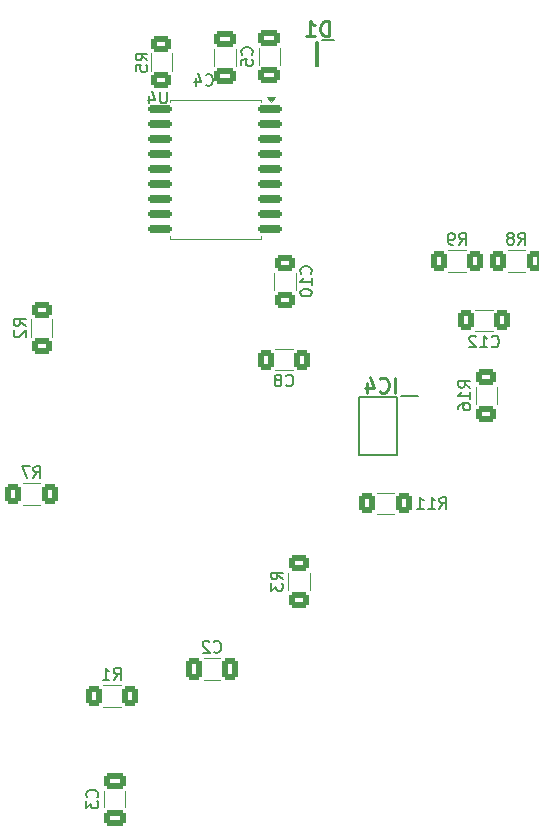
<source format=gbr>
%TF.GenerationSoftware,KiCad,Pcbnew,8.0.1-rc1*%
%TF.CreationDate,2024-06-23T11:02:47-07:00*%
%TF.ProjectId,AMS - CANBus Sensor - RPM,414d5320-2d20-4434-914e-427573205365,rev?*%
%TF.SameCoordinates,Original*%
%TF.FileFunction,Legend,Bot*%
%TF.FilePolarity,Positive*%
%FSLAX46Y46*%
G04 Gerber Fmt 4.6, Leading zero omitted, Abs format (unit mm)*
G04 Created by KiCad (PCBNEW 8.0.1-rc1) date 2024-06-23 11:02:47*
%MOMM*%
%LPD*%
G01*
G04 APERTURE LIST*
G04 Aperture macros list*
%AMRoundRect*
0 Rectangle with rounded corners*
0 $1 Rounding radius*
0 $2 $3 $4 $5 $6 $7 $8 $9 X,Y pos of 4 corners*
0 Add a 4 corners polygon primitive as box body*
4,1,4,$2,$3,$4,$5,$6,$7,$8,$9,$2,$3,0*
0 Add four circle primitives for the rounded corners*
1,1,$1+$1,$2,$3*
1,1,$1+$1,$4,$5*
1,1,$1+$1,$6,$7*
1,1,$1+$1,$8,$9*
0 Add four rect primitives between the rounded corners*
20,1,$1+$1,$2,$3,$4,$5,0*
20,1,$1+$1,$4,$5,$6,$7,0*
20,1,$1+$1,$6,$7,$8,$9,0*
20,1,$1+$1,$8,$9,$2,$3,0*%
G04 Aperture macros list end*
%ADD10C,0.150000*%
%ADD11C,0.254000*%
%ADD12C,0.120000*%
%ADD13C,0.200000*%
%ADD14RoundRect,0.250000X-0.400000X-0.625000X0.400000X-0.625000X0.400000X0.625000X-0.400000X0.625000X0*%
%ADD15R,2.200000X2.200000*%
%ADD16C,2.200000*%
%ADD17RoundRect,0.250000X0.625000X-0.400000X0.625000X0.400000X-0.625000X0.400000X-0.625000X-0.400000X0*%
%ADD18C,1.600000*%
%ADD19R,1.600000X1.600000*%
%ADD20R,1.200000X1.200000*%
%ADD21C,1.200000*%
%ADD22O,1.600000X1.600000*%
%ADD23RoundRect,0.250000X0.400000X0.625000X-0.400000X0.625000X-0.400000X-0.625000X0.400000X-0.625000X0*%
%ADD24R,1.160000X1.160000*%
%ADD25C,1.160000*%
%ADD26R,1.700000X1.700000*%
%ADD27O,1.700000X1.700000*%
%ADD28C,2.400000*%
%ADD29R,1.920000X1.920000*%
%ADD30C,1.920000*%
%ADD31R,1.500000X0.650000*%
%ADD32C,1.440000*%
%ADD33R,1.130000X1.130000*%
%ADD34C,1.130000*%
%ADD35C,1.500000*%
%ADD36R,1.500000X1.500000*%
%ADD37RoundRect,0.250000X-0.625000X0.400000X-0.625000X-0.400000X0.625000X-0.400000X0.625000X0.400000X0*%
%ADD38R,1.575000X1.575000*%
%ADD39C,1.575000*%
%ADD40RoundRect,0.250000X-0.650000X0.412500X-0.650000X-0.412500X0.650000X-0.412500X0.650000X0.412500X0*%
%ADD41RoundRect,0.250000X0.412500X0.650000X-0.412500X0.650000X-0.412500X-0.650000X0.412500X-0.650000X0*%
%ADD42RoundRect,0.150000X0.875000X0.150000X-0.875000X0.150000X-0.875000X-0.150000X0.875000X-0.150000X0*%
%ADD43R,1.000000X0.550000*%
G04 APERTURE END LIST*
D10*
X166423657Y-95496980D02*
X166471276Y-95544600D01*
X166471276Y-95544600D02*
X166614133Y-95592219D01*
X166614133Y-95592219D02*
X166709371Y-95592219D01*
X166709371Y-95592219D02*
X166852228Y-95544600D01*
X166852228Y-95544600D02*
X166947466Y-95449361D01*
X166947466Y-95449361D02*
X166995085Y-95354123D01*
X166995085Y-95354123D02*
X167042704Y-95163647D01*
X167042704Y-95163647D02*
X167042704Y-95020790D01*
X167042704Y-95020790D02*
X166995085Y-94830314D01*
X166995085Y-94830314D02*
X166947466Y-94735076D01*
X166947466Y-94735076D02*
X166852228Y-94639838D01*
X166852228Y-94639838D02*
X166709371Y-94592219D01*
X166709371Y-94592219D02*
X166614133Y-94592219D01*
X166614133Y-94592219D02*
X166471276Y-94639838D01*
X166471276Y-94639838D02*
X166423657Y-94687457D01*
X165471276Y-95592219D02*
X166042704Y-95592219D01*
X165756990Y-95592219D02*
X165756990Y-94592219D01*
X165756990Y-94592219D02*
X165852228Y-94735076D01*
X165852228Y-94735076D02*
X165947466Y-94830314D01*
X165947466Y-94830314D02*
X166042704Y-94877933D01*
X165090323Y-94687457D02*
X165042704Y-94639838D01*
X165042704Y-94639838D02*
X164947466Y-94592219D01*
X164947466Y-94592219D02*
X164709371Y-94592219D01*
X164709371Y-94592219D02*
X164614133Y-94639838D01*
X164614133Y-94639838D02*
X164566514Y-94687457D01*
X164566514Y-94687457D02*
X164518895Y-94782695D01*
X164518895Y-94782695D02*
X164518895Y-94877933D01*
X164518895Y-94877933D02*
X164566514Y-95020790D01*
X164566514Y-95020790D02*
X165137942Y-95592219D01*
X165137942Y-95592219D02*
X164518895Y-95592219D01*
X151096180Y-89352342D02*
X151143800Y-89304723D01*
X151143800Y-89304723D02*
X151191419Y-89161866D01*
X151191419Y-89161866D02*
X151191419Y-89066628D01*
X151191419Y-89066628D02*
X151143800Y-88923771D01*
X151143800Y-88923771D02*
X151048561Y-88828533D01*
X151048561Y-88828533D02*
X150953323Y-88780914D01*
X150953323Y-88780914D02*
X150762847Y-88733295D01*
X150762847Y-88733295D02*
X150619990Y-88733295D01*
X150619990Y-88733295D02*
X150429514Y-88780914D01*
X150429514Y-88780914D02*
X150334276Y-88828533D01*
X150334276Y-88828533D02*
X150239038Y-88923771D01*
X150239038Y-88923771D02*
X150191419Y-89066628D01*
X150191419Y-89066628D02*
X150191419Y-89161866D01*
X150191419Y-89161866D02*
X150239038Y-89304723D01*
X150239038Y-89304723D02*
X150286657Y-89352342D01*
X151191419Y-90304723D02*
X151191419Y-89733295D01*
X151191419Y-90019009D02*
X150191419Y-90019009D01*
X150191419Y-90019009D02*
X150334276Y-89923771D01*
X150334276Y-89923771D02*
X150429514Y-89828533D01*
X150429514Y-89828533D02*
X150477133Y-89733295D01*
X150191419Y-90923771D02*
X150191419Y-91019009D01*
X150191419Y-91019009D02*
X150239038Y-91114247D01*
X150239038Y-91114247D02*
X150286657Y-91161866D01*
X150286657Y-91161866D02*
X150381895Y-91209485D01*
X150381895Y-91209485D02*
X150572371Y-91257104D01*
X150572371Y-91257104D02*
X150810466Y-91257104D01*
X150810466Y-91257104D02*
X151000942Y-91209485D01*
X151000942Y-91209485D02*
X151096180Y-91161866D01*
X151096180Y-91161866D02*
X151143800Y-91114247D01*
X151143800Y-91114247D02*
X151191419Y-91019009D01*
X151191419Y-91019009D02*
X151191419Y-90923771D01*
X151191419Y-90923771D02*
X151143800Y-90828533D01*
X151143800Y-90828533D02*
X151096180Y-90780914D01*
X151096180Y-90780914D02*
X151000942Y-90733295D01*
X151000942Y-90733295D02*
X150810466Y-90685676D01*
X150810466Y-90685676D02*
X150572371Y-90685676D01*
X150572371Y-90685676D02*
X150381895Y-90733295D01*
X150381895Y-90733295D02*
X150286657Y-90780914D01*
X150286657Y-90780914D02*
X150239038Y-90828533D01*
X150239038Y-90828533D02*
X150191419Y-90923771D01*
X149006766Y-98811680D02*
X149054385Y-98859300D01*
X149054385Y-98859300D02*
X149197242Y-98906919D01*
X149197242Y-98906919D02*
X149292480Y-98906919D01*
X149292480Y-98906919D02*
X149435337Y-98859300D01*
X149435337Y-98859300D02*
X149530575Y-98764061D01*
X149530575Y-98764061D02*
X149578194Y-98668823D01*
X149578194Y-98668823D02*
X149625813Y-98478347D01*
X149625813Y-98478347D02*
X149625813Y-98335490D01*
X149625813Y-98335490D02*
X149578194Y-98145014D01*
X149578194Y-98145014D02*
X149530575Y-98049776D01*
X149530575Y-98049776D02*
X149435337Y-97954538D01*
X149435337Y-97954538D02*
X149292480Y-97906919D01*
X149292480Y-97906919D02*
X149197242Y-97906919D01*
X149197242Y-97906919D02*
X149054385Y-97954538D01*
X149054385Y-97954538D02*
X149006766Y-98002157D01*
X148435337Y-98335490D02*
X148530575Y-98287871D01*
X148530575Y-98287871D02*
X148578194Y-98240252D01*
X148578194Y-98240252D02*
X148625813Y-98145014D01*
X148625813Y-98145014D02*
X148625813Y-98097395D01*
X148625813Y-98097395D02*
X148578194Y-98002157D01*
X148578194Y-98002157D02*
X148530575Y-97954538D01*
X148530575Y-97954538D02*
X148435337Y-97906919D01*
X148435337Y-97906919D02*
X148244861Y-97906919D01*
X148244861Y-97906919D02*
X148149623Y-97954538D01*
X148149623Y-97954538D02*
X148102004Y-98002157D01*
X148102004Y-98002157D02*
X148054385Y-98097395D01*
X148054385Y-98097395D02*
X148054385Y-98145014D01*
X148054385Y-98145014D02*
X148102004Y-98240252D01*
X148102004Y-98240252D02*
X148149623Y-98287871D01*
X148149623Y-98287871D02*
X148244861Y-98335490D01*
X148244861Y-98335490D02*
X148435337Y-98335490D01*
X148435337Y-98335490D02*
X148530575Y-98383109D01*
X148530575Y-98383109D02*
X148578194Y-98430728D01*
X148578194Y-98430728D02*
X148625813Y-98525966D01*
X148625813Y-98525966D02*
X148625813Y-98716442D01*
X148625813Y-98716442D02*
X148578194Y-98811680D01*
X148578194Y-98811680D02*
X148530575Y-98859300D01*
X148530575Y-98859300D02*
X148435337Y-98906919D01*
X148435337Y-98906919D02*
X148244861Y-98906919D01*
X148244861Y-98906919D02*
X148149623Y-98859300D01*
X148149623Y-98859300D02*
X148102004Y-98811680D01*
X148102004Y-98811680D02*
X148054385Y-98716442D01*
X148054385Y-98716442D02*
X148054385Y-98525966D01*
X148054385Y-98525966D02*
X148102004Y-98430728D01*
X148102004Y-98430728D02*
X148149623Y-98383109D01*
X148149623Y-98383109D02*
X148244861Y-98335490D01*
X161996746Y-109264302D02*
X162330079Y-108788111D01*
X162568174Y-109264302D02*
X162568174Y-108264302D01*
X162568174Y-108264302D02*
X162187222Y-108264302D01*
X162187222Y-108264302D02*
X162091984Y-108311921D01*
X162091984Y-108311921D02*
X162044365Y-108359540D01*
X162044365Y-108359540D02*
X161996746Y-108454778D01*
X161996746Y-108454778D02*
X161996746Y-108597635D01*
X161996746Y-108597635D02*
X162044365Y-108692873D01*
X162044365Y-108692873D02*
X162091984Y-108740492D01*
X162091984Y-108740492D02*
X162187222Y-108788111D01*
X162187222Y-108788111D02*
X162568174Y-108788111D01*
X161044365Y-109264302D02*
X161615793Y-109264302D01*
X161330079Y-109264302D02*
X161330079Y-108264302D01*
X161330079Y-108264302D02*
X161425317Y-108407159D01*
X161425317Y-108407159D02*
X161520555Y-108502397D01*
X161520555Y-108502397D02*
X161615793Y-108550016D01*
X160091984Y-109264302D02*
X160663412Y-109264302D01*
X160377698Y-109264302D02*
X160377698Y-108264302D01*
X160377698Y-108264302D02*
X160472936Y-108407159D01*
X160472936Y-108407159D02*
X160568174Y-108502397D01*
X160568174Y-108502397D02*
X160663412Y-108550016D01*
X163658766Y-86908419D02*
X163992099Y-86432228D01*
X164230194Y-86908419D02*
X164230194Y-85908419D01*
X164230194Y-85908419D02*
X163849242Y-85908419D01*
X163849242Y-85908419D02*
X163754004Y-85956038D01*
X163754004Y-85956038D02*
X163706385Y-86003657D01*
X163706385Y-86003657D02*
X163658766Y-86098895D01*
X163658766Y-86098895D02*
X163658766Y-86241752D01*
X163658766Y-86241752D02*
X163706385Y-86336990D01*
X163706385Y-86336990D02*
X163754004Y-86384609D01*
X163754004Y-86384609D02*
X163849242Y-86432228D01*
X163849242Y-86432228D02*
X164230194Y-86432228D01*
X163182575Y-86908419D02*
X162992099Y-86908419D01*
X162992099Y-86908419D02*
X162896861Y-86860800D01*
X162896861Y-86860800D02*
X162849242Y-86813180D01*
X162849242Y-86813180D02*
X162754004Y-86670323D01*
X162754004Y-86670323D02*
X162706385Y-86479847D01*
X162706385Y-86479847D02*
X162706385Y-86098895D01*
X162706385Y-86098895D02*
X162754004Y-86003657D01*
X162754004Y-86003657D02*
X162801623Y-85956038D01*
X162801623Y-85956038D02*
X162896861Y-85908419D01*
X162896861Y-85908419D02*
X163087337Y-85908419D01*
X163087337Y-85908419D02*
X163182575Y-85956038D01*
X163182575Y-85956038D02*
X163230194Y-86003657D01*
X163230194Y-86003657D02*
X163277813Y-86098895D01*
X163277813Y-86098895D02*
X163277813Y-86336990D01*
X163277813Y-86336990D02*
X163230194Y-86432228D01*
X163230194Y-86432228D02*
X163182575Y-86479847D01*
X163182575Y-86479847D02*
X163087337Y-86527466D01*
X163087337Y-86527466D02*
X162896861Y-86527466D01*
X162896861Y-86527466D02*
X162801623Y-86479847D01*
X162801623Y-86479847D02*
X162754004Y-86432228D01*
X162754004Y-86432228D02*
X162706385Y-86336990D01*
D11*
X158263106Y-99432753D02*
X158263106Y-98162753D01*
X156932629Y-99311800D02*
X156993105Y-99372277D01*
X156993105Y-99372277D02*
X157174534Y-99432753D01*
X157174534Y-99432753D02*
X157295486Y-99432753D01*
X157295486Y-99432753D02*
X157476915Y-99372277D01*
X157476915Y-99372277D02*
X157597867Y-99251324D01*
X157597867Y-99251324D02*
X157658344Y-99130372D01*
X157658344Y-99130372D02*
X157718820Y-98888467D01*
X157718820Y-98888467D02*
X157718820Y-98707038D01*
X157718820Y-98707038D02*
X157658344Y-98465134D01*
X157658344Y-98465134D02*
X157597867Y-98344181D01*
X157597867Y-98344181D02*
X157476915Y-98223229D01*
X157476915Y-98223229D02*
X157295486Y-98162753D01*
X157295486Y-98162753D02*
X157174534Y-98162753D01*
X157174534Y-98162753D02*
X156993105Y-98223229D01*
X156993105Y-98223229D02*
X156932629Y-98283705D01*
X155844058Y-98586086D02*
X155844058Y-99432753D01*
X156146439Y-98102277D02*
X156448820Y-99009419D01*
X156448820Y-99009419D02*
X155662629Y-99009419D01*
D10*
X168693266Y-86898119D02*
X169026599Y-86421928D01*
X169264694Y-86898119D02*
X169264694Y-85898119D01*
X169264694Y-85898119D02*
X168883742Y-85898119D01*
X168883742Y-85898119D02*
X168788504Y-85945738D01*
X168788504Y-85945738D02*
X168740885Y-85993357D01*
X168740885Y-85993357D02*
X168693266Y-86088595D01*
X168693266Y-86088595D02*
X168693266Y-86231452D01*
X168693266Y-86231452D02*
X168740885Y-86326690D01*
X168740885Y-86326690D02*
X168788504Y-86374309D01*
X168788504Y-86374309D02*
X168883742Y-86421928D01*
X168883742Y-86421928D02*
X169264694Y-86421928D01*
X168121837Y-86326690D02*
X168217075Y-86279071D01*
X168217075Y-86279071D02*
X168264694Y-86231452D01*
X168264694Y-86231452D02*
X168312313Y-86136214D01*
X168312313Y-86136214D02*
X168312313Y-86088595D01*
X168312313Y-86088595D02*
X168264694Y-85993357D01*
X168264694Y-85993357D02*
X168217075Y-85945738D01*
X168217075Y-85945738D02*
X168121837Y-85898119D01*
X168121837Y-85898119D02*
X167931361Y-85898119D01*
X167931361Y-85898119D02*
X167836123Y-85945738D01*
X167836123Y-85945738D02*
X167788504Y-85993357D01*
X167788504Y-85993357D02*
X167740885Y-86088595D01*
X167740885Y-86088595D02*
X167740885Y-86136214D01*
X167740885Y-86136214D02*
X167788504Y-86231452D01*
X167788504Y-86231452D02*
X167836123Y-86279071D01*
X167836123Y-86279071D02*
X167931361Y-86326690D01*
X167931361Y-86326690D02*
X168121837Y-86326690D01*
X168121837Y-86326690D02*
X168217075Y-86374309D01*
X168217075Y-86374309D02*
X168264694Y-86421928D01*
X168264694Y-86421928D02*
X168312313Y-86517166D01*
X168312313Y-86517166D02*
X168312313Y-86707642D01*
X168312313Y-86707642D02*
X168264694Y-86802880D01*
X168264694Y-86802880D02*
X168217075Y-86850500D01*
X168217075Y-86850500D02*
X168121837Y-86898119D01*
X168121837Y-86898119D02*
X167931361Y-86898119D01*
X167931361Y-86898119D02*
X167836123Y-86850500D01*
X167836123Y-86850500D02*
X167788504Y-86802880D01*
X167788504Y-86802880D02*
X167740885Y-86707642D01*
X167740885Y-86707642D02*
X167740885Y-86517166D01*
X167740885Y-86517166D02*
X167788504Y-86421928D01*
X167788504Y-86421928D02*
X167836123Y-86374309D01*
X167836123Y-86374309D02*
X167931361Y-86326690D01*
X164612519Y-99013042D02*
X164136328Y-98679709D01*
X164612519Y-98441614D02*
X163612519Y-98441614D01*
X163612519Y-98441614D02*
X163612519Y-98822566D01*
X163612519Y-98822566D02*
X163660138Y-98917804D01*
X163660138Y-98917804D02*
X163707757Y-98965423D01*
X163707757Y-98965423D02*
X163802995Y-99013042D01*
X163802995Y-99013042D02*
X163945852Y-99013042D01*
X163945852Y-99013042D02*
X164041090Y-98965423D01*
X164041090Y-98965423D02*
X164088709Y-98917804D01*
X164088709Y-98917804D02*
X164136328Y-98822566D01*
X164136328Y-98822566D02*
X164136328Y-98441614D01*
X164612519Y-99965423D02*
X164612519Y-99393995D01*
X164612519Y-99679709D02*
X163612519Y-99679709D01*
X163612519Y-99679709D02*
X163755376Y-99584471D01*
X163755376Y-99584471D02*
X163850614Y-99489233D01*
X163850614Y-99489233D02*
X163898233Y-99393995D01*
X163612519Y-100822566D02*
X163612519Y-100632090D01*
X163612519Y-100632090D02*
X163660138Y-100536852D01*
X163660138Y-100536852D02*
X163707757Y-100489233D01*
X163707757Y-100489233D02*
X163850614Y-100393995D01*
X163850614Y-100393995D02*
X164041090Y-100346376D01*
X164041090Y-100346376D02*
X164422042Y-100346376D01*
X164422042Y-100346376D02*
X164517280Y-100393995D01*
X164517280Y-100393995D02*
X164564900Y-100441614D01*
X164564900Y-100441614D02*
X164612519Y-100536852D01*
X164612519Y-100536852D02*
X164612519Y-100727328D01*
X164612519Y-100727328D02*
X164564900Y-100822566D01*
X164564900Y-100822566D02*
X164517280Y-100870185D01*
X164517280Y-100870185D02*
X164422042Y-100917804D01*
X164422042Y-100917804D02*
X164183947Y-100917804D01*
X164183947Y-100917804D02*
X164088709Y-100870185D01*
X164088709Y-100870185D02*
X164041090Y-100822566D01*
X164041090Y-100822566D02*
X163993471Y-100727328D01*
X163993471Y-100727328D02*
X163993471Y-100536852D01*
X163993471Y-100536852D02*
X164041090Y-100441614D01*
X164041090Y-100441614D02*
X164088709Y-100393995D01*
X164088709Y-100393995D02*
X164183947Y-100346376D01*
X133009580Y-133674333D02*
X133057200Y-133626714D01*
X133057200Y-133626714D02*
X133104819Y-133483857D01*
X133104819Y-133483857D02*
X133104819Y-133388619D01*
X133104819Y-133388619D02*
X133057200Y-133245762D01*
X133057200Y-133245762D02*
X132961961Y-133150524D01*
X132961961Y-133150524D02*
X132866723Y-133102905D01*
X132866723Y-133102905D02*
X132676247Y-133055286D01*
X132676247Y-133055286D02*
X132533390Y-133055286D01*
X132533390Y-133055286D02*
X132342914Y-133102905D01*
X132342914Y-133102905D02*
X132247676Y-133150524D01*
X132247676Y-133150524D02*
X132152438Y-133245762D01*
X132152438Y-133245762D02*
X132104819Y-133388619D01*
X132104819Y-133388619D02*
X132104819Y-133483857D01*
X132104819Y-133483857D02*
X132152438Y-133626714D01*
X132152438Y-133626714D02*
X132200057Y-133674333D01*
X132104819Y-134007667D02*
X132104819Y-134626714D01*
X132104819Y-134626714D02*
X132485771Y-134293381D01*
X132485771Y-134293381D02*
X132485771Y-134436238D01*
X132485771Y-134436238D02*
X132533390Y-134531476D01*
X132533390Y-134531476D02*
X132581009Y-134579095D01*
X132581009Y-134579095D02*
X132676247Y-134626714D01*
X132676247Y-134626714D02*
X132914342Y-134626714D01*
X132914342Y-134626714D02*
X133009580Y-134579095D01*
X133009580Y-134579095D02*
X133057200Y-134531476D01*
X133057200Y-134531476D02*
X133104819Y-134436238D01*
X133104819Y-134436238D02*
X133104819Y-134150524D01*
X133104819Y-134150524D02*
X133057200Y-134055286D01*
X133057200Y-134055286D02*
X133009580Y-134007667D01*
X142907466Y-121350880D02*
X142955085Y-121398500D01*
X142955085Y-121398500D02*
X143097942Y-121446119D01*
X143097942Y-121446119D02*
X143193180Y-121446119D01*
X143193180Y-121446119D02*
X143336037Y-121398500D01*
X143336037Y-121398500D02*
X143431275Y-121303261D01*
X143431275Y-121303261D02*
X143478894Y-121208023D01*
X143478894Y-121208023D02*
X143526513Y-121017547D01*
X143526513Y-121017547D02*
X143526513Y-120874690D01*
X143526513Y-120874690D02*
X143478894Y-120684214D01*
X143478894Y-120684214D02*
X143431275Y-120588976D01*
X143431275Y-120588976D02*
X143336037Y-120493738D01*
X143336037Y-120493738D02*
X143193180Y-120446119D01*
X143193180Y-120446119D02*
X143097942Y-120446119D01*
X143097942Y-120446119D02*
X142955085Y-120493738D01*
X142955085Y-120493738D02*
X142907466Y-120541357D01*
X142526513Y-120541357D02*
X142478894Y-120493738D01*
X142478894Y-120493738D02*
X142383656Y-120446119D01*
X142383656Y-120446119D02*
X142145561Y-120446119D01*
X142145561Y-120446119D02*
X142050323Y-120493738D01*
X142050323Y-120493738D02*
X142002704Y-120541357D01*
X142002704Y-120541357D02*
X141955085Y-120636595D01*
X141955085Y-120636595D02*
X141955085Y-120731833D01*
X141955085Y-120731833D02*
X142002704Y-120874690D01*
X142002704Y-120874690D02*
X142574132Y-121446119D01*
X142574132Y-121446119D02*
X141955085Y-121446119D01*
X138911121Y-73947699D02*
X138911121Y-74757222D01*
X138911121Y-74757222D02*
X138863502Y-74852460D01*
X138863502Y-74852460D02*
X138815883Y-74900080D01*
X138815883Y-74900080D02*
X138720645Y-74947699D01*
X138720645Y-74947699D02*
X138530169Y-74947699D01*
X138530169Y-74947699D02*
X138434931Y-74900080D01*
X138434931Y-74900080D02*
X138387312Y-74852460D01*
X138387312Y-74852460D02*
X138339693Y-74757222D01*
X138339693Y-74757222D02*
X138339693Y-73947699D01*
X137434931Y-74281032D02*
X137434931Y-74947699D01*
X137673026Y-73900080D02*
X137911121Y-74614365D01*
X137911121Y-74614365D02*
X137292074Y-74614365D01*
X134440766Y-123730819D02*
X134774099Y-123254628D01*
X135012194Y-123730819D02*
X135012194Y-122730819D01*
X135012194Y-122730819D02*
X134631242Y-122730819D01*
X134631242Y-122730819D02*
X134536004Y-122778438D01*
X134536004Y-122778438D02*
X134488385Y-122826057D01*
X134488385Y-122826057D02*
X134440766Y-122921295D01*
X134440766Y-122921295D02*
X134440766Y-123064152D01*
X134440766Y-123064152D02*
X134488385Y-123159390D01*
X134488385Y-123159390D02*
X134536004Y-123207009D01*
X134536004Y-123207009D02*
X134631242Y-123254628D01*
X134631242Y-123254628D02*
X135012194Y-123254628D01*
X133488385Y-123730819D02*
X134059813Y-123730819D01*
X133774099Y-123730819D02*
X133774099Y-122730819D01*
X133774099Y-122730819D02*
X133869337Y-122873676D01*
X133869337Y-122873676D02*
X133964575Y-122968914D01*
X133964575Y-122968914D02*
X134059813Y-123016533D01*
X127627766Y-106636519D02*
X127961099Y-106160328D01*
X128199194Y-106636519D02*
X128199194Y-105636519D01*
X128199194Y-105636519D02*
X127818242Y-105636519D01*
X127818242Y-105636519D02*
X127723004Y-105684138D01*
X127723004Y-105684138D02*
X127675385Y-105731757D01*
X127675385Y-105731757D02*
X127627766Y-105826995D01*
X127627766Y-105826995D02*
X127627766Y-105969852D01*
X127627766Y-105969852D02*
X127675385Y-106065090D01*
X127675385Y-106065090D02*
X127723004Y-106112709D01*
X127723004Y-106112709D02*
X127818242Y-106160328D01*
X127818242Y-106160328D02*
X128199194Y-106160328D01*
X127294432Y-105636519D02*
X126627766Y-105636519D01*
X126627766Y-105636519D02*
X127056337Y-106636519D01*
X142213712Y-73355136D02*
X142261331Y-73402756D01*
X142261331Y-73402756D02*
X142404188Y-73450375D01*
X142404188Y-73450375D02*
X142499426Y-73450375D01*
X142499426Y-73450375D02*
X142642283Y-73402756D01*
X142642283Y-73402756D02*
X142737521Y-73307517D01*
X142737521Y-73307517D02*
X142785140Y-73212279D01*
X142785140Y-73212279D02*
X142832759Y-73021803D01*
X142832759Y-73021803D02*
X142832759Y-72878946D01*
X142832759Y-72878946D02*
X142785140Y-72688470D01*
X142785140Y-72688470D02*
X142737521Y-72593232D01*
X142737521Y-72593232D02*
X142642283Y-72497994D01*
X142642283Y-72497994D02*
X142499426Y-72450375D01*
X142499426Y-72450375D02*
X142404188Y-72450375D01*
X142404188Y-72450375D02*
X142261331Y-72497994D01*
X142261331Y-72497994D02*
X142213712Y-72545613D01*
X141356569Y-72783708D02*
X141356569Y-73450375D01*
X141594664Y-72402756D02*
X141832759Y-73117041D01*
X141832759Y-73117041D02*
X141213712Y-73117041D01*
X137276924Y-71299598D02*
X136800733Y-70966265D01*
X137276924Y-70728170D02*
X136276924Y-70728170D01*
X136276924Y-70728170D02*
X136276924Y-71109122D01*
X136276924Y-71109122D02*
X136324543Y-71204360D01*
X136324543Y-71204360D02*
X136372162Y-71251979D01*
X136372162Y-71251979D02*
X136467400Y-71299598D01*
X136467400Y-71299598D02*
X136610257Y-71299598D01*
X136610257Y-71299598D02*
X136705495Y-71251979D01*
X136705495Y-71251979D02*
X136753114Y-71204360D01*
X136753114Y-71204360D02*
X136800733Y-71109122D01*
X136800733Y-71109122D02*
X136800733Y-70728170D01*
X136276924Y-72204360D02*
X136276924Y-71728170D01*
X136276924Y-71728170D02*
X136753114Y-71680551D01*
X136753114Y-71680551D02*
X136705495Y-71728170D01*
X136705495Y-71728170D02*
X136657876Y-71823408D01*
X136657876Y-71823408D02*
X136657876Y-72061503D01*
X136657876Y-72061503D02*
X136705495Y-72156741D01*
X136705495Y-72156741D02*
X136753114Y-72204360D01*
X136753114Y-72204360D02*
X136848352Y-72251979D01*
X136848352Y-72251979D02*
X137086447Y-72251979D01*
X137086447Y-72251979D02*
X137181685Y-72204360D01*
X137181685Y-72204360D02*
X137229305Y-72156741D01*
X137229305Y-72156741D02*
X137276924Y-72061503D01*
X137276924Y-72061503D02*
X137276924Y-71823408D01*
X137276924Y-71823408D02*
X137229305Y-71728170D01*
X137229305Y-71728170D02*
X137181685Y-71680551D01*
X148758419Y-115229533D02*
X148282228Y-114896200D01*
X148758419Y-114658105D02*
X147758419Y-114658105D01*
X147758419Y-114658105D02*
X147758419Y-115039057D01*
X147758419Y-115039057D02*
X147806038Y-115134295D01*
X147806038Y-115134295D02*
X147853657Y-115181914D01*
X147853657Y-115181914D02*
X147948895Y-115229533D01*
X147948895Y-115229533D02*
X148091752Y-115229533D01*
X148091752Y-115229533D02*
X148186990Y-115181914D01*
X148186990Y-115181914D02*
X148234609Y-115134295D01*
X148234609Y-115134295D02*
X148282228Y-115039057D01*
X148282228Y-115039057D02*
X148282228Y-114658105D01*
X147758419Y-115562867D02*
X147758419Y-116181914D01*
X147758419Y-116181914D02*
X148139371Y-115848581D01*
X148139371Y-115848581D02*
X148139371Y-115991438D01*
X148139371Y-115991438D02*
X148186990Y-116086676D01*
X148186990Y-116086676D02*
X148234609Y-116134295D01*
X148234609Y-116134295D02*
X148329847Y-116181914D01*
X148329847Y-116181914D02*
X148567942Y-116181914D01*
X148567942Y-116181914D02*
X148663180Y-116134295D01*
X148663180Y-116134295D02*
X148710800Y-116086676D01*
X148710800Y-116086676D02*
X148758419Y-115991438D01*
X148758419Y-115991438D02*
X148758419Y-115705724D01*
X148758419Y-115705724D02*
X148710800Y-115610486D01*
X148710800Y-115610486D02*
X148663180Y-115562867D01*
X126957019Y-93784433D02*
X126480828Y-93451100D01*
X126957019Y-93213005D02*
X125957019Y-93213005D01*
X125957019Y-93213005D02*
X125957019Y-93593957D01*
X125957019Y-93593957D02*
X126004638Y-93689195D01*
X126004638Y-93689195D02*
X126052257Y-93736814D01*
X126052257Y-93736814D02*
X126147495Y-93784433D01*
X126147495Y-93784433D02*
X126290352Y-93784433D01*
X126290352Y-93784433D02*
X126385590Y-93736814D01*
X126385590Y-93736814D02*
X126433209Y-93689195D01*
X126433209Y-93689195D02*
X126480828Y-93593957D01*
X126480828Y-93593957D02*
X126480828Y-93213005D01*
X126052257Y-94165386D02*
X126004638Y-94213005D01*
X126004638Y-94213005D02*
X125957019Y-94308243D01*
X125957019Y-94308243D02*
X125957019Y-94546338D01*
X125957019Y-94546338D02*
X126004638Y-94641576D01*
X126004638Y-94641576D02*
X126052257Y-94689195D01*
X126052257Y-94689195D02*
X126147495Y-94736814D01*
X126147495Y-94736814D02*
X126242733Y-94736814D01*
X126242733Y-94736814D02*
X126385590Y-94689195D01*
X126385590Y-94689195D02*
X126957019Y-94117767D01*
X126957019Y-94117767D02*
X126957019Y-94736814D01*
X146108780Y-70808933D02*
X146156400Y-70761314D01*
X146156400Y-70761314D02*
X146204019Y-70618457D01*
X146204019Y-70618457D02*
X146204019Y-70523219D01*
X146204019Y-70523219D02*
X146156400Y-70380362D01*
X146156400Y-70380362D02*
X146061161Y-70285124D01*
X146061161Y-70285124D02*
X145965923Y-70237505D01*
X145965923Y-70237505D02*
X145775447Y-70189886D01*
X145775447Y-70189886D02*
X145632590Y-70189886D01*
X145632590Y-70189886D02*
X145442114Y-70237505D01*
X145442114Y-70237505D02*
X145346876Y-70285124D01*
X145346876Y-70285124D02*
X145251638Y-70380362D01*
X145251638Y-70380362D02*
X145204019Y-70523219D01*
X145204019Y-70523219D02*
X145204019Y-70618457D01*
X145204019Y-70618457D02*
X145251638Y-70761314D01*
X145251638Y-70761314D02*
X145299257Y-70808933D01*
X145204019Y-71713695D02*
X145204019Y-71237505D01*
X145204019Y-71237505D02*
X145680209Y-71189886D01*
X145680209Y-71189886D02*
X145632590Y-71237505D01*
X145632590Y-71237505D02*
X145584971Y-71332743D01*
X145584971Y-71332743D02*
X145584971Y-71570838D01*
X145584971Y-71570838D02*
X145632590Y-71666076D01*
X145632590Y-71666076D02*
X145680209Y-71713695D01*
X145680209Y-71713695D02*
X145775447Y-71761314D01*
X145775447Y-71761314D02*
X146013542Y-71761314D01*
X146013542Y-71761314D02*
X146108780Y-71713695D01*
X146108780Y-71713695D02*
X146156400Y-71666076D01*
X146156400Y-71666076D02*
X146204019Y-71570838D01*
X146204019Y-71570838D02*
X146204019Y-71332743D01*
X146204019Y-71332743D02*
X146156400Y-71237505D01*
X146156400Y-71237505D02*
X146108780Y-71189886D01*
D11*
X152632381Y-69241400D02*
X152632381Y-67971400D01*
X152632381Y-67971400D02*
X152330000Y-67971400D01*
X152330000Y-67971400D02*
X152148571Y-68031876D01*
X152148571Y-68031876D02*
X152027619Y-68152828D01*
X152027619Y-68152828D02*
X151967142Y-68273781D01*
X151967142Y-68273781D02*
X151906666Y-68515685D01*
X151906666Y-68515685D02*
X151906666Y-68697114D01*
X151906666Y-68697114D02*
X151967142Y-68939019D01*
X151967142Y-68939019D02*
X152027619Y-69059971D01*
X152027619Y-69059971D02*
X152148571Y-69180924D01*
X152148571Y-69180924D02*
X152330000Y-69241400D01*
X152330000Y-69241400D02*
X152632381Y-69241400D01*
X150697142Y-69241400D02*
X151422857Y-69241400D01*
X151060000Y-69241400D02*
X151060000Y-67971400D01*
X151060000Y-67971400D02*
X151180952Y-68152828D01*
X151180952Y-68152828D02*
X151301904Y-68273781D01*
X151301904Y-68273781D02*
X151422857Y-68334257D01*
D12*
%TO.C,C12*%
X166507864Y-94227400D02*
X165053736Y-94227400D01*
X166507864Y-92407400D02*
X165053736Y-92407400D01*
%TO.C,C10*%
X149826600Y-89268136D02*
X149826600Y-90722264D01*
X148006600Y-89268136D02*
X148006600Y-90722264D01*
%TO.C,C8*%
X149567164Y-97542100D02*
X148113036Y-97542100D01*
X149567164Y-95722100D02*
X148113036Y-95722100D01*
%TO.C,R11*%
X158186464Y-109714300D02*
X156732336Y-109714300D01*
X158186464Y-107894300D02*
X156732336Y-107894300D01*
%TO.C,R9*%
X162765036Y-87363600D02*
X164219164Y-87363600D01*
X162765036Y-89183600D02*
X164219164Y-89183600D01*
D13*
%TO.C,IC4*%
X158367000Y-104729900D02*
X155167000Y-104729900D01*
X155167000Y-104729900D02*
X155167000Y-99829900D01*
X158367000Y-99829900D02*
X158367000Y-104729900D01*
X155167000Y-99829900D02*
X158367000Y-99829900D01*
X158717000Y-99699900D02*
X160217000Y-99699900D01*
D12*
%TO.C,R8*%
X167799536Y-87353300D02*
X169253664Y-87353300D01*
X167799536Y-89173300D02*
X169253664Y-89173300D01*
%TO.C,R16*%
X165067700Y-100382964D02*
X165067700Y-98928836D01*
X166887700Y-100382964D02*
X166887700Y-98928836D01*
%TO.C,C3*%
X133590000Y-134552252D02*
X133590000Y-133129748D01*
X135410000Y-134552252D02*
X135410000Y-133129748D01*
%TO.C,C2*%
X142029548Y-123751300D02*
X143452052Y-123751300D01*
X142029548Y-121931300D02*
X143452052Y-121931300D01*
%TO.C,U4*%
X139158200Y-74617700D02*
X143018200Y-74617700D01*
X139158200Y-74862700D02*
X139158200Y-74617700D01*
X139158200Y-86142700D02*
X139158200Y-86387700D01*
X139158200Y-86387700D02*
X143018200Y-86387700D01*
X146878200Y-74617700D02*
X143018200Y-74617700D01*
X146878200Y-74862700D02*
X146878200Y-74617700D01*
X146878200Y-86142700D02*
X146878200Y-86387700D01*
X146878200Y-86387700D02*
X143018200Y-86387700D01*
X147730700Y-74862700D02*
X147390700Y-74392700D01*
X148070700Y-74392700D01*
X147730700Y-74862700D01*
G36*
X147730700Y-74862700D02*
G01*
X147390700Y-74392700D01*
X148070700Y-74392700D01*
X147730700Y-74862700D01*
G37*
%TO.C,R1*%
X133547036Y-124186000D02*
X135001164Y-124186000D01*
X133547036Y-126006000D02*
X135001164Y-126006000D01*
%TO.C,R7*%
X126734036Y-107091700D02*
X128188164Y-107091700D01*
X126734036Y-108911700D02*
X128188164Y-108911700D01*
%TO.C,C4*%
X142942200Y-71760752D02*
X142942200Y-70338248D01*
X144762200Y-71760752D02*
X144762200Y-70338248D01*
%TO.C,R5*%
X137548500Y-70711436D02*
X137548500Y-72165564D01*
X139368500Y-70711436D02*
X139368500Y-72165564D01*
%TO.C,R3*%
X151033600Y-116123264D02*
X151033600Y-114669136D01*
X149213600Y-116123264D02*
X149213600Y-114669136D01*
%TO.C,R2*%
X127412200Y-94678164D02*
X127412200Y-93224036D01*
X129232200Y-94678164D02*
X129232200Y-93224036D01*
%TO.C,C5*%
X146689200Y-71686852D02*
X146689200Y-70264348D01*
X148509200Y-71686852D02*
X148509200Y-70264348D01*
D13*
%TO.C,D1*%
X151534000Y-69778100D02*
X151734000Y-69778100D01*
X151534000Y-71778100D02*
X151534000Y-69778100D01*
X151734000Y-69778100D02*
X151734000Y-71778100D01*
X151734000Y-71778100D02*
X151534000Y-71778100D01*
X152084000Y-69603100D02*
X153084000Y-69603100D01*
%TD*%
%LPC*%
D14*
%TO.C,C12*%
X164230800Y-93317400D03*
X167330800Y-93317400D03*
%TD*%
D15*
%TO.C,J9*%
X155246300Y-79618100D03*
D16*
X155246300Y-77078100D03*
X155246300Y-74538100D03*
X155246300Y-71998100D03*
X155246300Y-69458100D03*
%TD*%
D17*
%TO.C,C10*%
X148916600Y-91545200D03*
X148916600Y-88445200D03*
%TD*%
D14*
%TO.C,C8*%
X147290100Y-96632100D03*
X150390100Y-96632100D03*
%TD*%
D18*
%TO.C,C9*%
X150843200Y-104556400D03*
D19*
X150843200Y-99556400D03*
%TD*%
D20*
%TO.C,C13*%
X154122300Y-108777100D03*
D21*
X154122300Y-107277100D03*
%TD*%
D18*
%TO.C,R4*%
X141165400Y-68921400D03*
D22*
X141165400Y-71461400D03*
%TD*%
D18*
%TO.C,L1*%
X141253000Y-90023800D03*
D22*
X141253000Y-100183800D03*
%TD*%
D14*
%TO.C,R11*%
X155909400Y-108804300D03*
X159009400Y-108804300D03*
%TD*%
D18*
%TO.C,NTC1*%
X132332700Y-102297100D03*
D22*
X134872700Y-102297100D03*
%TD*%
D23*
%TO.C,R9*%
X165042100Y-88273600D03*
X161942100Y-88273600D03*
%TD*%
D24*
%TO.C,IC1*%
X144571900Y-88691700D03*
D25*
X144571900Y-91231700D03*
X144571900Y-93771700D03*
X144571900Y-96311700D03*
X152191900Y-96311700D03*
X152191900Y-93771700D03*
X152191900Y-91231700D03*
X152191900Y-88691700D03*
%TD*%
D18*
%TO.C,R6*%
X134731500Y-72933100D03*
D22*
X132191500Y-72933100D03*
%TD*%
D26*
%TO.C,Powerboard1*%
X128349100Y-103565100D03*
D27*
X128349100Y-101025100D03*
X128349100Y-98485100D03*
%TD*%
D26*
%TO.C,J4*%
X134544600Y-69362300D03*
D27*
X132004600Y-69362300D03*
%TD*%
D28*
%TO.C,U2*%
X122551000Y-84380500D03*
X122551000Y-80980500D03*
X132471000Y-84380500D03*
X132471000Y-80980500D03*
%TD*%
D29*
%TO.C,Q1*%
X133881200Y-95296400D03*
D30*
X133881200Y-92756400D03*
X133881200Y-90216400D03*
%TD*%
D31*
%TO.C,IC4*%
X154067000Y-100374900D03*
X154067000Y-101644900D03*
X154067000Y-102914900D03*
X154067000Y-104184900D03*
X159467000Y-104184900D03*
X159467000Y-102914900D03*
X159467000Y-101644900D03*
X159467000Y-100374900D03*
%TD*%
D32*
%TO.C,RV1*%
X161784400Y-84400700D03*
X164324400Y-84400700D03*
X166864400Y-84400700D03*
%TD*%
D19*
%TO.C,C11*%
X142908700Y-103082900D03*
D18*
X142908700Y-108082900D03*
%TD*%
D26*
%TO.C,J2*%
X154230000Y-133648600D03*
D27*
X151690000Y-133648600D03*
X149150000Y-133648600D03*
X146610000Y-133648600D03*
X144070000Y-133648600D03*
X141530000Y-133648600D03*
%TD*%
D33*
%TO.C,IC2*%
X162007700Y-90765900D03*
D34*
X162007700Y-93305900D03*
X162007700Y-95845900D03*
X162007700Y-98385900D03*
X169947700Y-98385900D03*
X169947700Y-95845900D03*
X169947700Y-93305900D03*
X169947700Y-90765900D03*
%TD*%
D23*
%TO.C,R8*%
X170076600Y-88263300D03*
X166976600Y-88263300D03*
%TD*%
D35*
%TO.C,Y2*%
X150037500Y-84434600D03*
X154917500Y-84434600D03*
%TD*%
D36*
%TO.C,Reset1*%
X137890100Y-136171500D03*
D35*
X131390100Y-136171500D03*
X137890100Y-131671500D03*
X131390100Y-131671500D03*
%TD*%
%TO.C,Y1*%
X148909000Y-123284400D03*
X153789000Y-123284400D03*
%TD*%
D37*
%TO.C,R16*%
X165977700Y-98105900D03*
X165977700Y-101205900D03*
%TD*%
D38*
%TO.C,D2*%
X137580900Y-88313900D03*
D39*
X137580900Y-102413900D03*
%TD*%
D19*
%TO.C,U1*%
X132296200Y-119209800D03*
D22*
X134836200Y-119209800D03*
X137376200Y-119209800D03*
X139916200Y-119209800D03*
X142456200Y-119209800D03*
X144996200Y-119209800D03*
X147536200Y-119209800D03*
X150076200Y-119209800D03*
X152616200Y-119209800D03*
X155156200Y-119209800D03*
X157696200Y-119209800D03*
X160236200Y-119209800D03*
X162776200Y-119209800D03*
X165316200Y-119209800D03*
X165316200Y-111589800D03*
X162776200Y-111589800D03*
X160236200Y-111589800D03*
X157696200Y-111589800D03*
X155156200Y-111589800D03*
X152616200Y-111589800D03*
X150076200Y-111589800D03*
X147536200Y-111589800D03*
X144996200Y-111589800D03*
X142456200Y-111589800D03*
X139916200Y-111589800D03*
X137376200Y-111589800D03*
X134836200Y-111589800D03*
X132296200Y-111589800D03*
%TD*%
D40*
%TO.C,C3*%
X134500000Y-132278500D03*
X134500000Y-135403500D03*
%TD*%
D41*
%TO.C,C2*%
X144303300Y-122841300D03*
X141178300Y-122841300D03*
%TD*%
D42*
%TO.C,U4*%
X147668200Y-75422700D03*
X147668200Y-76692700D03*
X147668200Y-77962700D03*
X147668200Y-79232700D03*
X147668200Y-80502700D03*
X147668200Y-81772700D03*
X147668200Y-83042700D03*
X147668200Y-84312700D03*
X147668200Y-85582700D03*
X138368200Y-85582700D03*
X138368200Y-84312700D03*
X138368200Y-83042700D03*
X138368200Y-81772700D03*
X138368200Y-80502700D03*
X138368200Y-79232700D03*
X138368200Y-77962700D03*
X138368200Y-76692700D03*
X138368200Y-75422700D03*
%TD*%
D23*
%TO.C,R1*%
X135824100Y-125096000D03*
X132724100Y-125096000D03*
%TD*%
%TO.C,R7*%
X129011100Y-108001700D03*
X125911100Y-108001700D03*
%TD*%
D40*
%TO.C,C4*%
X143852200Y-69487000D03*
X143852200Y-72612000D03*
%TD*%
D17*
%TO.C,R5*%
X138458500Y-72988500D03*
X138458500Y-69888500D03*
%TD*%
D37*
%TO.C,R3*%
X150123600Y-113846200D03*
X150123600Y-116946200D03*
%TD*%
%TO.C,R2*%
X128322200Y-92401100D03*
X128322200Y-95501100D03*
%TD*%
D40*
%TO.C,C5*%
X147599200Y-69413100D03*
X147599200Y-72538100D03*
%TD*%
D43*
%TO.C,D1*%
X152584000Y-70128100D03*
X152584000Y-71428100D03*
X150684000Y-70778100D03*
%TD*%
%LPD*%
M02*

</source>
